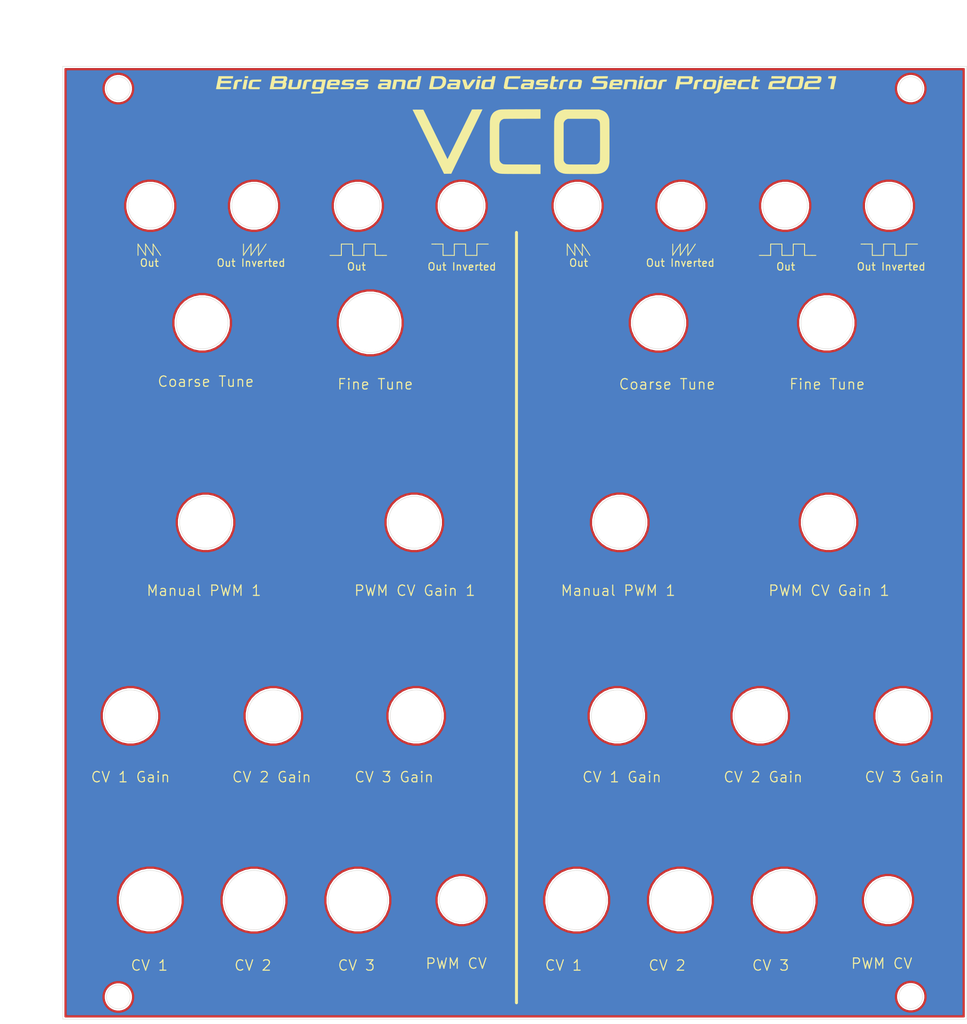
<source format=kicad_pcb>
(kicad_pcb (version 20171130) (host pcbnew "(5.1.12)-1")
  (layers (0 F.Cu signal hide) (31 B.Cu signal hide) (34 B.Paste user) (35 F.Paste user) (36 B.SilkS user) (37 F.SilkS user) (38 B.Mask user) (39 F.Mask user) (44 Edge.Cuts user))
  (net 0 "")
  (module "ECAD Models:VCO_Senior_Project_Logo" (layer F.Cu) (at 93.98 32.17672)
    (fp_text reference Ref** hide)
    (fp_text value Val** hide)
  )
  (module "ECAD Models:none" (layer F.Cu) (at 132.588 77.724)
    (fp_text reference H1)
    (fp_text value MountingHole)
  )
  (gr_circle (center 106.646 86.295) (end 110.146 86.295) (layer Edge.Cuts) (width 0.05))
  (gr_text "Manual PWM 1" (at 106.426 95.504) (layer F.SilkS) (effects (font (size 1.4 1.4))))
  (gr_text "PWM CV Gain 1" (at 134.874 95.504) (layer F.SilkS) (effects (font (size 1.4 1.4))))
  (gr_circle (center 134.806 86.295) (end 138.306 86.295) (layer Edge.Cuts) (width 0.05))
  (gr_text Out (at 101.092 51.308) (layer F.SilkS) (effects (font (size 1 1))))
  (gr_text "Out Inverted" (at 143.256 51.816) (layer F.SilkS) (effects (font (size 1 1))))
  (gr_text Out (at 129.032 51.816) (layer F.SilkS) (effects (font (size 1 1))))
  (gr_text "Out Inverted" (at 114.808 51.308) (layer F.SilkS) (effects (font (size 1 1))))
  (gr_line (start 130.048 48.768) (end 131.572 48.768) (layer F.SilkS) (width 0.12))
  (gr_line (start 139.7 48.768) (end 139.192 48.768) (layer F.SilkS) (width 0.12))
  (gr_line (start 113.792 48.768) (end 113.792 50.292) (layer F.SilkS) (width 0.12))
  (gr_line (start 145.288 50.292) (end 143.764 50.292) (layer F.SilkS) (width 0.12))
  (gr_line (start 115.824 48.768) (end 115.824 50.292) (layer F.SilkS) (width 0.12))
  (gr_line (start 128.524 48.768) (end 128.524 50.292) (layer F.SilkS) (width 0.12))
  (gr_line (start 99.568 50.292) (end 99.568 48.768) (layer F.SilkS) (width 0.12))
  (gr_line (start 131.572 48.768) (end 131.572 50.292) (layer F.SilkS) (width 0.12))
  (gr_line (start 115.824 50.292) (end 116.84 48.768) (layer F.SilkS) (width 0.12))
  (gr_line (start 128.524 50.292) (end 130.048 50.292) (layer F.SilkS) (width 0.12))
  (gr_line (start 140.716 50.292) (end 140.716 48.768) (layer F.SilkS) (width 0.12))
  (gr_line (start 143.764 48.768) (end 142.24 48.768) (layer F.SilkS) (width 0.12))
  (gr_line (start 142.24 48.768) (end 142.24 50.292) (layer F.SilkS) (width 0.12))
  (gr_line (start 145.288 48.768) (end 145.288 50.292) (layer F.SilkS) (width 0.12))
  (gr_line (start 101.6 48.768) (end 102.616 50.292) (layer F.SilkS) (width 0.12))
  (gr_line (start 140.716 48.768) (end 139.7 48.768) (layer F.SilkS) (width 0.12))
  (gr_line (start 130.048 50.292) (end 130.048 48.768) (layer F.SilkS) (width 0.12))
  (gr_line (start 127 50.292) (end 127 48.768) (layer F.SilkS) (width 0.12))
  (gr_line (start 114.808 48.768) (end 114.808 50.292) (layer F.SilkS) (width 0.12))
  (gr_line (start 100.584 50.292) (end 100.584 48.768) (layer F.SilkS) (width 0.12))
  (gr_line (start 113.792 50.292) (end 114.808 48.768) (layer F.SilkS) (width 0.12))
  (gr_line (start 132.588 50.292) (end 133.096 50.292) (layer F.SilkS) (width 0.12))
  (gr_line (start 131.572 50.292) (end 132.588 50.292) (layer F.SilkS) (width 0.12))
  (gr_line (start 114.808 50.292) (end 115.824 48.768) (layer F.SilkS) (width 0.12))
  (gr_line (start 125.476 50.292) (end 127 50.292) (layer F.SilkS) (width 0.12))
  (gr_line (start 146.812 48.768) (end 145.288 48.768) (layer F.SilkS) (width 0.12))
  (gr_line (start 99.568 48.768) (end 100.584 50.292) (layer F.SilkS) (width 0.12))
  (gr_line (start 127 48.768) (end 128.524 48.768) (layer F.SilkS) (width 0.12))
  (gr_line (start 142.24 50.292) (end 140.716 50.292) (layer F.SilkS) (width 0.12))
  (gr_line (start 101.6 50.292) (end 101.6 48.768) (layer F.SilkS) (width 0.12))
  (gr_line (start 100.584 48.768) (end 101.6 50.292) (layer F.SilkS) (width 0.12))
  (gr_line (start 143.764 50.292) (end 143.764 48.768) (layer F.SilkS) (width 0.12))
  (gr_text "Out Inverted" (at 85.344 51.816) (layer F.SilkS) (effects (font (size 1 1))))
  (gr_text Out (at 71.12 51.816) (layer F.SilkS) (effects (font (size 1 1))))
  (gr_text "Out Inverted" (at 56.896 51.308) (layer F.SilkS) (effects (font (size 1 1))))
  (gr_text Out (at 43.18 51.308) (layer F.SilkS) (effects (font (size 1 1))))
  (gr_line (start 84.328 50.292) (end 82.804 50.292) (layer F.SilkS) (width 0.12))
  (gr_line (start 85.852 50.292) (end 85.852 48.768) (layer F.SilkS) (width 0.12))
  (gr_line (start 82.804 50.292) (end 82.804 48.768) (layer F.SilkS) (width 0.12))
  (gr_line (start 85.852 48.768) (end 84.328 48.768) (layer F.SilkS) (width 0.12))
  (gr_line (start 84.328 48.768) (end 84.328 50.292) (layer F.SilkS) (width 0.12))
  (gr_line (start 87.376 48.768) (end 87.376 50.292) (layer F.SilkS) (width 0.12))
  (gr_line (start 81.788 48.768) (end 81.28 48.768) (layer F.SilkS) (width 0.12))
  (gr_line (start 82.804 48.768) (end 81.788 48.768) (layer F.SilkS) (width 0.12))
  (gr_line (start 88.9 48.768) (end 87.376 48.768) (layer F.SilkS) (width 0.12))
  (gr_line (start 87.376 50.292) (end 85.852 50.292) (layer F.SilkS) (width 0.12))
  (gr_line (start 74.676 50.292) (end 75.184 50.292) (layer F.SilkS) (width 0.12))
  (gr_line (start 73.66 50.292) (end 74.676 50.292) (layer F.SilkS) (width 0.12))
  (gr_line (start 73.66 48.768) (end 73.66 50.292) (layer F.SilkS) (width 0.12))
  (gr_line (start 72.136 48.768) (end 73.66 48.768) (layer F.SilkS) (width 0.12))
  (gr_line (start 72.136 50.292) (end 72.136 48.768) (layer F.SilkS) (width 0.12))
  (gr_line (start 70.612 50.292) (end 72.136 50.292) (layer F.SilkS) (width 0.12))
  (gr_line (start 70.612 48.768) (end 70.612 50.292) (layer F.SilkS) (width 0.12))
  (gr_line (start 69.088 48.768) (end 70.612 48.768) (layer F.SilkS) (width 0.12))
  (gr_line (start 69.088 50.292) (end 69.088 48.768) (layer F.SilkS) (width 0.12))
  (gr_line (start 67.564 50.292) (end 69.088 50.292) (layer F.SilkS) (width 0.12))
  (gr_line (start 57.912 50.292) (end 58.928 48.768) (layer F.SilkS) (width 0.12))
  (gr_line (start 57.912 48.768) (end 57.912 50.292) (layer F.SilkS) (width 0.12))
  (gr_line (start 56.896 50.292) (end 57.912 48.768) (layer F.SilkS) (width 0.12))
  (gr_line (start 56.896 48.768) (end 56.896 50.292) (layer F.SilkS) (width 0.12))
  (gr_line (start 55.88 50.292) (end 56.896 48.768) (layer F.SilkS) (width 0.12))
  (gr_line (start 55.88 48.768) (end 55.88 50.292) (layer F.SilkS) (width 0.12))
  (gr_line (start 43.688 48.768) (end 44.704 50.292) (layer F.SilkS) (width 0.12))
  (gr_line (start 43.688 50.292) (end 43.688 48.768) (layer F.SilkS) (width 0.12))
  (gr_line (start 42.672 48.768) (end 43.688 50.292) (layer F.SilkS) (width 0.12))
  (gr_line (start 42.672 50.292) (end 42.672 48.768) (layer F.SilkS) (width 0.12))
  (gr_line (start 41.656 48.768) (end 42.672 50.292) (layer F.SilkS) (width 0.12))
  (gr_line (start 41.656 50.292) (end 41.656 48.768) (layer F.SilkS) (width 0.12))
  (gr_circle (center 142.958 43.6) (end 145.958 43.6) (layer Edge.Cuts) (width 0.05))
  (gr_circle (center 128.958 43.6) (end 131.958 43.6) (layer Edge.Cuts) (width 0.05))
  (gr_circle (center 114.958 43.6) (end 117.958 43.6) (layer Edge.Cuts) (width 0.05))
  (gr_circle (center 100.958 43.6) (end 103.958 43.6) (layer Edge.Cuts) (width 0.05))
  (gr_circle (center 85.307 43.6) (end 88.307 43.6) (layer Edge.Cuts) (width 0.05))
  (gr_circle (center 71.307 43.6) (end 74.307 43.6) (layer Edge.Cuts) (width 0.05))
  (gr_circle (center 57.307 43.6) (end 60.307 43.6) (layer Edge.Cuts) (width 0.05))
  (gr_circle (center 43.307 43.6) (end 46.307 43.6) (layer Edge.Cuts) (width 0.05))
  (gr_text "Fine Tune" (at 134.62 67.67) (layer F.SilkS) (effects (font (size 1.4 1.4))))
  (gr_text "Coarse Tune" (at 113.03 67.67) (layer F.SilkS) (effects (font (size 1.4 1.4))))
  (gr_text "Fine Tune" (at 73.66 67.67) (layer F.SilkS) (effects (font (size 1.4 1.4))))
  (gr_text "Coarse Tune" (at 50.8 67.31) (layer F.SilkS) (effects (font (size 1.4 1.4))))
  (gr_text "CV 1 Gain" (at 106.934 120.65) (layer F.SilkS) (effects (font (size 1.4 1.4))))
  (gr_text "CV 3 Gain" (at 145.034 120.65) (layer F.SilkS) (effects (font (size 1.4 1.4))))
  (gr_text "CV 2 Gain" (at 125.984 120.65) (layer F.SilkS) (effects (font (size 1.4 1.4))))
  (gr_text "PWM CV" (at 141.986 145.796) (layer F.SilkS) (effects (font (size 1.4 1.4))))
  (gr_text "CV 3" (at 127 146.05) (layer F.SilkS) (effects (font (size 1.4 1.4))))
  (gr_text "CV 2" (at 113.03 146.05) (layer F.SilkS) (effects (font (size 1.4 1.4))))
  (gr_text "CV 1" (at 99.06 146.05) (layer F.SilkS) (effects (font (size 1.4 1.4))))
  (gr_text "CV 3 Gain" (at 76.2 120.65) (layer F.SilkS) (effects (font (size 1.4 1.4))))
  (gr_text "CV 2 Gain" (at 59.69 120.65) (layer F.SilkS) (effects (font (size 1.4 1.4))))
  (gr_text "CV 1 Gain" (at 40.64 120.65) (layer F.SilkS) (effects (font (size 1.4 1.4))))
  (gr_text "PWM CV" (at 84.582 145.796) (layer F.SilkS) (effects (font (size 1.4 1.4))))
  (gr_line (start 92.71 47.2) (end 92.71 151.086) (layer F.SilkS) (width 0.4))
  (gr_text "CV 3" (at 71.12 146.05) (layer F.SilkS) (effects (font (size 1.4 1.4))))
  (gr_text "CV 2" (at 57.15 146.05) (layer F.SilkS) (effects (font (size 1.4 1.4))))
  (gr_text "CV 1" (at 43.18 146.05) (layer F.SilkS) (effects (font (size 1.4 1.4))))
  (gr_text "PWM CV Gain 1" (at 78.994 95.504) (layer F.SilkS) (effects (font (size 1.4 1.4))))
  (gr_text "Manual PWM 1" (at 50.546 95.504) (layer F.SilkS) (effects (font (size 1.4 1.4))))
  (gr_circle (center 145.9 27.8) (end 147.5 27.8) (layer Edge.Cuts) (width 0.05))
  (gr_circle (center 39 27.8) (end 40.6 27.8) (layer Edge.Cuts) (width 0.05))
  (gr_circle (center 39 150.3) (end 40.6 150.3) (layer Edge.Cuts) (width 0.05))
  (gr_circle (center 134.58 59.395) (end 138.08 59.395) (layer Edge.Cuts) (width 0.05))
  (gr_circle (center 111.88 59.395) (end 115.38 59.395) (layer Edge.Cuts) (width 0.05))
  (gr_circle (center 72.98 59.395) (end 76.98 59.395) (layer Edge.Cuts) (width 0.05))
  (gr_circle (center 50.307 59.395) (end 53.807 59.395) (layer Edge.Cuts) (width 0.05))
  (gr_circle (center 78.926 86.295) (end 82.426 86.295) (layer Edge.Cuts) (width 0.05))
  (gr_circle (center 142.831 137.242) (end 145.831 137.242) (layer Edge.Cuts) (width 0.05))
  (gr_circle (center 128.831 137.242) (end 132.831 137.242) (layer Edge.Cuts) (width 0.05))
  (gr_circle (center 114.831 137.242) (end 118.831 137.242) (layer Edge.Cuts) (width 0.05))
  (gr_circle (center 100.831 137.242) (end 104.831 137.242) (layer Edge.Cuts) (width 0.05))
  (gr_circle (center 85.307 137.242) (end 88.307 137.242) (layer Edge.Cuts) (width 0.05))
  (gr_circle (center 71.307 137.242) (end 75.307 137.242) (layer Edge.Cuts) (width 0.05))
  (gr_circle (center 57.307 137.242) (end 61.307 137.242) (layer Edge.Cuts) (width 0.05))
  (gr_circle (center 144.864 112.395) (end 148.364 112.395) (layer Edge.Cuts) (width 0.05))
  (gr_circle (center 125.594 112.395) (end 129.094 112.395) (layer Edge.Cuts) (width 0.05))
  (gr_circle (center 106.324 112.395) (end 109.824 112.395) (layer Edge.Cuts) (width 0.05))
  (gr_circle (center 79.18 112.395) (end 82.68 112.395) (layer Edge.Cuts) (width 0.05))
  (gr_circle (center 59.91 112.395) (end 63.41 112.395) (layer Edge.Cuts) (width 0.05))
  (gr_circle (center 50.766 86.295) (end 54.266 86.295) (layer Edge.Cuts) (width 0.05))
  (gr_circle (center 43.307 137.242) (end 47.307 137.242) (layer Edge.Cuts) (width 0.05))
  (gr_circle (center 145.9 150.2664) (end 147.5 150.2664) (layer Edge.Cuts) (width 0.05))
  (gr_circle (center 40.64 112.395) (end 44.14 112.395) (layer Edge.Cuts) (width 0.05))
  (gr_line (start 31.5 24.8) (end 31.5 153.3) (layer Edge.Cuts) (width 0.05))
  (gr_line (start 153.42 24.8) (end 153.42 153.3) (layer Edge.Cuts) (width 0.05))
  (gr_line (start 31.5 153.3) (end 153.42 153.3) (layer Edge.Cuts) (width 0.05))
  (gr_line (start 31.5 24.8) (end 153.42 24.8) (layer Edge.Cuts) (width 0.05))
  (zone (net 0) (net_name "") (layer F.Cu) (connect_pads yes (clearance 0.2)) (min_thickness 0.254) (fill yes (arc_segments 32) (thermal_gap 0.508) (thermal_bridge_width 0.508))
    (polygon (pts (xy 153.42 153.3) (xy 31.5 153.3) (xy 31.5 24.8) (xy 153.41 24.8)))
  )
  (zone (net 0) (net_name "") (layer B.Cu) (connect_pads yes (clearance 0.508)) (min_thickness 0.254) (fill yes (arc_segments 32) (thermal_gap 0.508) (thermal_bridge_width 0.508))
    (polygon (pts (xy 153.42 153.3) (xy 31.5 153.3) (xy 31.5 24.8) (xy 153.42 24.8)))
  )
)
</source>
